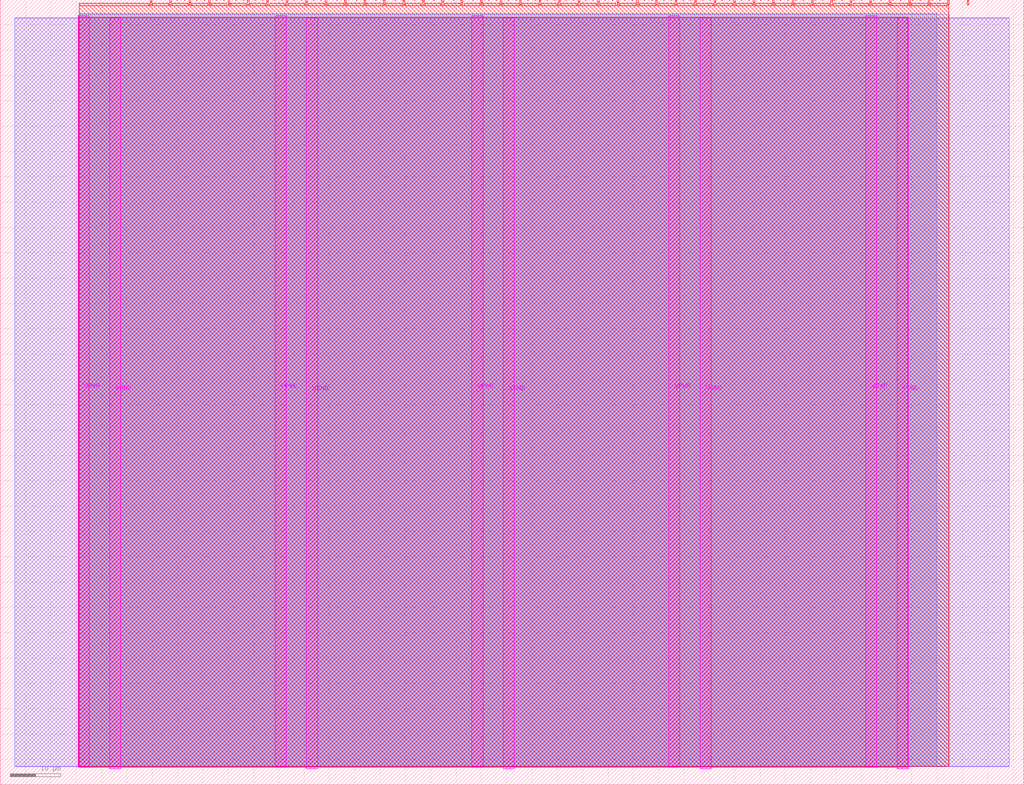
<source format=lef>
VERSION 5.7 ;
  NOWIREEXTENSIONATPIN ON ;
  DIVIDERCHAR "/" ;
  BUSBITCHARS "[]" ;
MACRO tt_um_wokwi_455293762564034561
  CLASS BLOCK ;
  FOREIGN tt_um_wokwi_455293762564034561 ;
  ORIGIN 0.000 0.000 ;
  SIZE 202.080 BY 154.980 ;
  PIN VGND
    DIRECTION INOUT ;
    USE GROUND ;
    PORT
      LAYER TopMetal1 ;
        RECT 21.580 3.150 23.780 151.420 ;
    END
    PORT
      LAYER TopMetal1 ;
        RECT 60.450 3.150 62.650 151.420 ;
    END
    PORT
      LAYER TopMetal1 ;
        RECT 99.320 3.150 101.520 151.420 ;
    END
    PORT
      LAYER TopMetal1 ;
        RECT 138.190 3.150 140.390 151.420 ;
    END
    PORT
      LAYER TopMetal1 ;
        RECT 177.060 3.150 179.260 151.420 ;
    END
  END VGND
  PIN VPWR
    DIRECTION INOUT ;
    USE POWER ;
    PORT
      LAYER TopMetal1 ;
        RECT 15.380 3.560 17.580 151.830 ;
    END
    PORT
      LAYER TopMetal1 ;
        RECT 54.250 3.560 56.450 151.830 ;
    END
    PORT
      LAYER TopMetal1 ;
        RECT 93.120 3.560 95.320 151.830 ;
    END
    PORT
      LAYER TopMetal1 ;
        RECT 131.990 3.560 134.190 151.830 ;
    END
    PORT
      LAYER TopMetal1 ;
        RECT 170.860 3.560 173.060 151.830 ;
    END
  END VPWR
  PIN clk
    DIRECTION INPUT ;
    USE SIGNAL ;
    ANTENNAGATEAREA 0.725400 ;
    PORT
      LAYER Metal4 ;
        RECT 187.050 153.980 187.350 154.980 ;
    END
  END clk
  PIN ena
    DIRECTION INPUT ;
    USE SIGNAL ;
    PORT
      LAYER Metal4 ;
        RECT 190.890 153.980 191.190 154.980 ;
    END
  END ena
  PIN rst_n
    DIRECTION INPUT ;
    USE SIGNAL ;
    ANTENNAGATEAREA 0.180700 ;
    PORT
      LAYER Metal4 ;
        RECT 183.210 153.980 183.510 154.980 ;
    END
  END rst_n
  PIN ui_in[0]
    DIRECTION INPUT ;
    USE SIGNAL ;
    PORT
      LAYER Metal4 ;
        RECT 179.370 153.980 179.670 154.980 ;
    END
  END ui_in[0]
  PIN ui_in[1]
    DIRECTION INPUT ;
    USE SIGNAL ;
    PORT
      LAYER Metal4 ;
        RECT 175.530 153.980 175.830 154.980 ;
    END
  END ui_in[1]
  PIN ui_in[2]
    DIRECTION INPUT ;
    USE SIGNAL ;
    PORT
      LAYER Metal4 ;
        RECT 171.690 153.980 171.990 154.980 ;
    END
  END ui_in[2]
  PIN ui_in[3]
    DIRECTION INPUT ;
    USE SIGNAL ;
    PORT
      LAYER Metal4 ;
        RECT 167.850 153.980 168.150 154.980 ;
    END
  END ui_in[3]
  PIN ui_in[4]
    DIRECTION INPUT ;
    USE SIGNAL ;
    PORT
      LAYER Metal4 ;
        RECT 164.010 153.980 164.310 154.980 ;
    END
  END ui_in[4]
  PIN ui_in[5]
    DIRECTION INPUT ;
    USE SIGNAL ;
    PORT
      LAYER Metal4 ;
        RECT 160.170 153.980 160.470 154.980 ;
    END
  END ui_in[5]
  PIN ui_in[6]
    DIRECTION INPUT ;
    USE SIGNAL ;
    PORT
      LAYER Metal4 ;
        RECT 156.330 153.980 156.630 154.980 ;
    END
  END ui_in[6]
  PIN ui_in[7]
    DIRECTION INPUT ;
    USE SIGNAL ;
    PORT
      LAYER Metal4 ;
        RECT 152.490 153.980 152.790 154.980 ;
    END
  END ui_in[7]
  PIN uio_in[0]
    DIRECTION INPUT ;
    USE SIGNAL ;
    PORT
      LAYER Metal4 ;
        RECT 148.650 153.980 148.950 154.980 ;
    END
  END uio_in[0]
  PIN uio_in[1]
    DIRECTION INPUT ;
    USE SIGNAL ;
    PORT
      LAYER Metal4 ;
        RECT 144.810 153.980 145.110 154.980 ;
    END
  END uio_in[1]
  PIN uio_in[2]
    DIRECTION INPUT ;
    USE SIGNAL ;
    PORT
      LAYER Metal4 ;
        RECT 140.970 153.980 141.270 154.980 ;
    END
  END uio_in[2]
  PIN uio_in[3]
    DIRECTION INPUT ;
    USE SIGNAL ;
    PORT
      LAYER Metal4 ;
        RECT 137.130 153.980 137.430 154.980 ;
    END
  END uio_in[3]
  PIN uio_in[4]
    DIRECTION INPUT ;
    USE SIGNAL ;
    PORT
      LAYER Metal4 ;
        RECT 133.290 153.980 133.590 154.980 ;
    END
  END uio_in[4]
  PIN uio_in[5]
    DIRECTION INPUT ;
    USE SIGNAL ;
    PORT
      LAYER Metal4 ;
        RECT 129.450 153.980 129.750 154.980 ;
    END
  END uio_in[5]
  PIN uio_in[6]
    DIRECTION INPUT ;
    USE SIGNAL ;
    PORT
      LAYER Metal4 ;
        RECT 125.610 153.980 125.910 154.980 ;
    END
  END uio_in[6]
  PIN uio_in[7]
    DIRECTION INPUT ;
    USE SIGNAL ;
    PORT
      LAYER Metal4 ;
        RECT 121.770 153.980 122.070 154.980 ;
    END
  END uio_in[7]
  PIN uio_oe[0]
    DIRECTION OUTPUT ;
    USE SIGNAL ;
    ANTENNADIFFAREA 0.299200 ;
    PORT
      LAYER Metal4 ;
        RECT 56.490 153.980 56.790 154.980 ;
    END
  END uio_oe[0]
  PIN uio_oe[1]
    DIRECTION OUTPUT ;
    USE SIGNAL ;
    ANTENNADIFFAREA 0.299200 ;
    PORT
      LAYER Metal4 ;
        RECT 52.650 153.980 52.950 154.980 ;
    END
  END uio_oe[1]
  PIN uio_oe[2]
    DIRECTION OUTPUT ;
    USE SIGNAL ;
    ANTENNADIFFAREA 0.299200 ;
    PORT
      LAYER Metal4 ;
        RECT 48.810 153.980 49.110 154.980 ;
    END
  END uio_oe[2]
  PIN uio_oe[3]
    DIRECTION OUTPUT ;
    USE SIGNAL ;
    ANTENNADIFFAREA 0.299200 ;
    PORT
      LAYER Metal4 ;
        RECT 44.970 153.980 45.270 154.980 ;
    END
  END uio_oe[3]
  PIN uio_oe[4]
    DIRECTION OUTPUT ;
    USE SIGNAL ;
    ANTENNADIFFAREA 0.299200 ;
    PORT
      LAYER Metal4 ;
        RECT 41.130 153.980 41.430 154.980 ;
    END
  END uio_oe[4]
  PIN uio_oe[5]
    DIRECTION OUTPUT ;
    USE SIGNAL ;
    ANTENNADIFFAREA 0.299200 ;
    PORT
      LAYER Metal4 ;
        RECT 37.290 153.980 37.590 154.980 ;
    END
  END uio_oe[5]
  PIN uio_oe[6]
    DIRECTION OUTPUT ;
    USE SIGNAL ;
    ANTENNADIFFAREA 0.299200 ;
    PORT
      LAYER Metal4 ;
        RECT 33.450 153.980 33.750 154.980 ;
    END
  END uio_oe[6]
  PIN uio_oe[7]
    DIRECTION OUTPUT ;
    USE SIGNAL ;
    ANTENNADIFFAREA 0.299200 ;
    PORT
      LAYER Metal4 ;
        RECT 29.610 153.980 29.910 154.980 ;
    END
  END uio_oe[7]
  PIN uio_out[0]
    DIRECTION OUTPUT ;
    USE SIGNAL ;
    ANTENNADIFFAREA 0.299200 ;
    PORT
      LAYER Metal4 ;
        RECT 87.210 153.980 87.510 154.980 ;
    END
  END uio_out[0]
  PIN uio_out[1]
    DIRECTION OUTPUT ;
    USE SIGNAL ;
    ANTENNADIFFAREA 0.299200 ;
    PORT
      LAYER Metal4 ;
        RECT 83.370 153.980 83.670 154.980 ;
    END
  END uio_out[1]
  PIN uio_out[2]
    DIRECTION OUTPUT ;
    USE SIGNAL ;
    ANTENNADIFFAREA 0.299200 ;
    PORT
      LAYER Metal4 ;
        RECT 79.530 153.980 79.830 154.980 ;
    END
  END uio_out[2]
  PIN uio_out[3]
    DIRECTION OUTPUT ;
    USE SIGNAL ;
    ANTENNADIFFAREA 0.299200 ;
    PORT
      LAYER Metal4 ;
        RECT 75.690 153.980 75.990 154.980 ;
    END
  END uio_out[3]
  PIN uio_out[4]
    DIRECTION OUTPUT ;
    USE SIGNAL ;
    ANTENNADIFFAREA 0.299200 ;
    PORT
      LAYER Metal4 ;
        RECT 71.850 153.980 72.150 154.980 ;
    END
  END uio_out[4]
  PIN uio_out[5]
    DIRECTION OUTPUT ;
    USE SIGNAL ;
    ANTENNADIFFAREA 0.299200 ;
    PORT
      LAYER Metal4 ;
        RECT 68.010 153.980 68.310 154.980 ;
    END
  END uio_out[5]
  PIN uio_out[6]
    DIRECTION OUTPUT ;
    USE SIGNAL ;
    ANTENNADIFFAREA 0.299200 ;
    PORT
      LAYER Metal4 ;
        RECT 64.170 153.980 64.470 154.980 ;
    END
  END uio_out[6]
  PIN uio_out[7]
    DIRECTION OUTPUT ;
    USE SIGNAL ;
    ANTENNADIFFAREA 0.299200 ;
    PORT
      LAYER Metal4 ;
        RECT 60.330 153.980 60.630 154.980 ;
    END
  END uio_out[7]
  PIN uo_out[0]
    DIRECTION OUTPUT ;
    USE SIGNAL ;
    ANTENNADIFFAREA 0.708600 ;
    PORT
      LAYER Metal4 ;
        RECT 117.930 153.980 118.230 154.980 ;
    END
  END uo_out[0]
  PIN uo_out[1]
    DIRECTION OUTPUT ;
    USE SIGNAL ;
    ANTENNADIFFAREA 0.708600 ;
    PORT
      LAYER Metal4 ;
        RECT 114.090 153.980 114.390 154.980 ;
    END
  END uo_out[1]
  PIN uo_out[2]
    DIRECTION OUTPUT ;
    USE SIGNAL ;
    ANTENNADIFFAREA 0.708600 ;
    PORT
      LAYER Metal4 ;
        RECT 110.250 153.980 110.550 154.980 ;
    END
  END uo_out[2]
  PIN uo_out[3]
    DIRECTION OUTPUT ;
    USE SIGNAL ;
    ANTENNADIFFAREA 0.708600 ;
    PORT
      LAYER Metal4 ;
        RECT 106.410 153.980 106.710 154.980 ;
    END
  END uo_out[3]
  PIN uo_out[4]
    DIRECTION OUTPUT ;
    USE SIGNAL ;
    ANTENNADIFFAREA 0.299200 ;
    PORT
      LAYER Metal4 ;
        RECT 102.570 153.980 102.870 154.980 ;
    END
  END uo_out[4]
  PIN uo_out[5]
    DIRECTION OUTPUT ;
    USE SIGNAL ;
    ANTENNADIFFAREA 0.299200 ;
    PORT
      LAYER Metal4 ;
        RECT 98.730 153.980 99.030 154.980 ;
    END
  END uo_out[5]
  PIN uo_out[6]
    DIRECTION OUTPUT ;
    USE SIGNAL ;
    ANTENNADIFFAREA 0.299200 ;
    PORT
      LAYER Metal4 ;
        RECT 94.890 153.980 95.190 154.980 ;
    END
  END uo_out[6]
  PIN uo_out[7]
    DIRECTION OUTPUT ;
    USE SIGNAL ;
    ANTENNADIFFAREA 0.299200 ;
    PORT
      LAYER Metal4 ;
        RECT 91.050 153.980 91.350 154.980 ;
    END
  END uo_out[7]
  OBS
      LAYER GatPoly ;
        RECT 2.880 3.630 199.200 151.350 ;
      LAYER Metal1 ;
        RECT 2.880 3.560 199.200 151.420 ;
      LAYER Metal2 ;
        RECT 15.560 3.635 184.905 152.185 ;
      LAYER Metal3 ;
        RECT 15.515 3.680 187.345 152.145 ;
      LAYER Metal4 ;
        RECT 15.560 153.770 29.400 154.240 ;
        RECT 30.120 153.770 33.240 154.240 ;
        RECT 33.960 153.770 37.080 154.240 ;
        RECT 37.800 153.770 40.920 154.240 ;
        RECT 41.640 153.770 44.760 154.240 ;
        RECT 45.480 153.770 48.600 154.240 ;
        RECT 49.320 153.770 52.440 154.240 ;
        RECT 53.160 153.770 56.280 154.240 ;
        RECT 57.000 153.770 60.120 154.240 ;
        RECT 60.840 153.770 63.960 154.240 ;
        RECT 64.680 153.770 67.800 154.240 ;
        RECT 68.520 153.770 71.640 154.240 ;
        RECT 72.360 153.770 75.480 154.240 ;
        RECT 76.200 153.770 79.320 154.240 ;
        RECT 80.040 153.770 83.160 154.240 ;
        RECT 83.880 153.770 87.000 154.240 ;
        RECT 87.720 153.770 90.840 154.240 ;
        RECT 91.560 153.770 94.680 154.240 ;
        RECT 95.400 153.770 98.520 154.240 ;
        RECT 99.240 153.770 102.360 154.240 ;
        RECT 103.080 153.770 106.200 154.240 ;
        RECT 106.920 153.770 110.040 154.240 ;
        RECT 110.760 153.770 113.880 154.240 ;
        RECT 114.600 153.770 117.720 154.240 ;
        RECT 118.440 153.770 121.560 154.240 ;
        RECT 122.280 153.770 125.400 154.240 ;
        RECT 126.120 153.770 129.240 154.240 ;
        RECT 129.960 153.770 133.080 154.240 ;
        RECT 133.800 153.770 136.920 154.240 ;
        RECT 137.640 153.770 140.760 154.240 ;
        RECT 141.480 153.770 144.600 154.240 ;
        RECT 145.320 153.770 148.440 154.240 ;
        RECT 149.160 153.770 152.280 154.240 ;
        RECT 153.000 153.770 156.120 154.240 ;
        RECT 156.840 153.770 159.960 154.240 ;
        RECT 160.680 153.770 163.800 154.240 ;
        RECT 164.520 153.770 167.640 154.240 ;
        RECT 168.360 153.770 171.480 154.240 ;
        RECT 172.200 153.770 175.320 154.240 ;
        RECT 176.040 153.770 179.160 154.240 ;
        RECT 179.880 153.770 183.000 154.240 ;
        RECT 183.720 153.770 186.840 154.240 ;
        RECT 15.560 3.635 187.300 153.770 ;
      LAYER Metal5 ;
        RECT 15.515 3.470 179.125 151.510 ;
  END
END tt_um_wokwi_455293762564034561
END LIBRARY


</source>
